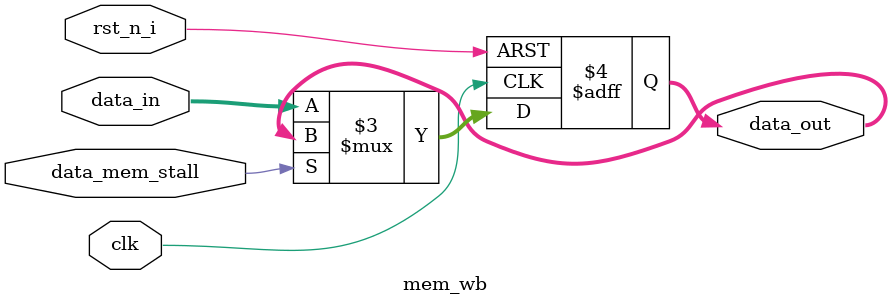
<source format=v>
/*
	Authored 2018-2019, Ryan Voo.

	All rights reserved.
	Redistribution and use in source and binary forms, with or without
	modification, are permitted provided that the following conditions
	are met:

	*	Redistributions of source code must retain the above
		copyright notice, this list of conditions and the following
		disclaimer.

	*	Redistributions in binary form must reproduce the above
		copyright notice, this list of conditions and the following
		disclaimer in the documentation and/or other materials
		provided with the distribution.

	*	Neither the name of the author nor the names of its
		contributors may be used to endorse or promote products
		derived from this software without specific prior written
		permission.

	THIS SOFTWARE IS PROVIDED BY THE COPYRIGHT HOLDERS AND CONTRIBUTORS
	"AS IS" AND ANY EXPRESS OR IMPLIED WARRANTIES, INCLUDING, BUT NOT
	LIMITED TO, THE IMPLIED WARRANTIES OF MERCHANTABILITY AND FITNESS
	FOR A PARTICULAR PURPOSE ARE DISCLAIMED. IN NO EVENT SHALL THE
	COPYRIGHT OWNER OR CONTRIBUTORS BE LIABLE FOR ANY DIRECT, INDIRECT,
	INCIDENTAL, SPECIAL, EXEMPLARY, OR CONSEQUENTIAL DAMAGES (INCLUDING,
	BUT NOT LIMITED TO, PROCUREMENT OF SUBSTITUTE GOODS OR SERVICES;
	LOSS OF USE, DATA, OR PROFITS; OR BUSINESS INTERRUPTION) HOWEVER
	CAUSED AND ON ANY THEORY OF LIABILITY, WHETHER IN CONTRACT, STRICT
	LIABILITY, OR TORT (INCLUDING NEGLIGENCE OR OTHERWISE) ARISING IN
	ANY WAY OUT OF THE USE OF THIS SOFTWARE, EVEN IF ADVISED OF THE
	POSSIBILITY OF SUCH DAMAGE.
*/



/*
 *	Pipeline registers
 */



/* IF/ID pipeline registers */ 
module if_id (clk, rst_n_i, data_mem_stall, data_in, data_out);
	input			clk;
	input           rst_n_i;
	input           data_mem_stall;
	input [63:0]		data_in;
	output reg[63:0]	data_out;

	always @(posedge clk, negedge rst_n_i) begin
		if(!rst_n_i) begin
			data_out <= 64'b0;
		end
		else begin
			data_out <= data_mem_stall ? data_out : data_in;
		end
	end
endmodule



/* ID/EX pipeline registers */ 
module id_ex (clk, rst_n_i, data_mem_stall, data_in, data_out);
	input			clk;
	input           rst_n_i;
	input           data_mem_stall;
	input [177:0]		data_in;
	output reg[177:0]	data_out;

	always @(posedge clk, negedge rst_n_i) begin
		if(!rst_n_i) begin
			data_out <= 178'b0;
		end
		else begin
			data_out <= data_mem_stall ? data_out : data_in;
		end
	end
endmodule



/* EX/MEM pipeline registers */ 
module ex_mem (clk, rst_n_i, data_mem_stall, data_in, data_out);
	input			clk;
	input           rst_n_i;
	input           data_mem_stall;
	input [154:0]		data_in;
	output reg[154:0]	data_out;

	always @(posedge clk, negedge rst_n_i) begin
		if(!rst_n_i) begin
			data_out <= 155'b0;
		end
		else begin
			data_out <= data_mem_stall ? data_out : data_in;
		end
	end
endmodule



/* MEM/WB pipeline registers */ 
module mem_wb (clk, rst_n_i, data_mem_stall, data_in, data_out);
	input			clk;
	input           rst_n_i;
	input           data_mem_stall;
	input [116:0]		data_in;
	output reg[116:0]	data_out;

	always @(posedge clk, negedge rst_n_i) begin
		if(!rst_n_i) begin
			data_out <= 117'b0;
		end
		else begin
			data_out <= data_mem_stall ? data_out : data_in;
		end
	end
endmodule

</source>
